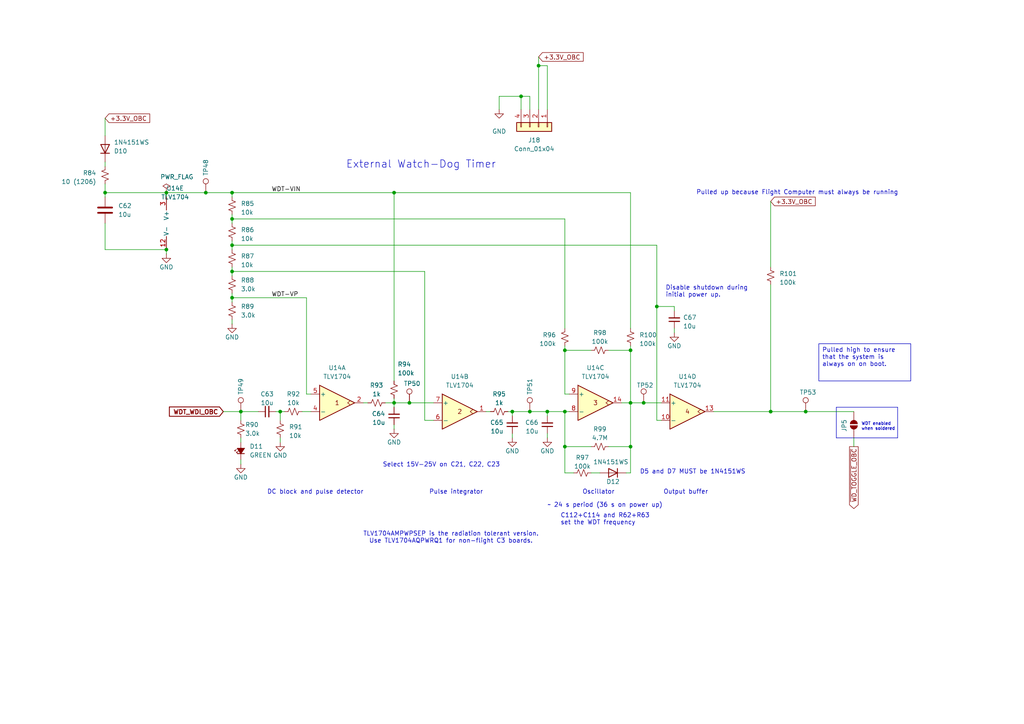
<source format=kicad_sch>
(kicad_sch (version 20250114) (generator "eeschema") (generator_version "9.0")
  (paper "A4")
  (lib_symbols
    (symbol "Connector:TestPoint" (pin_numbers (hide yes)) (pin_names (offset 0.762) (hide yes))
      (property "Reference" "TP" (at 0 6.858 0))
      (property "Value" "TestPoint" (at 0 5.08 0))
      (symbol "TestPoint_0_1"
        (circle (center 0 3.302) (radius 0.762))
      )
      (symbol "TestPoint_1_1"
        (pin passive line (at 0 0 90) (length 2.54) (name "1") (number "1"))
      )
    )
    (symbol "Connector_Generic:Conn_01x04" (pin_names (offset 1.016) (hide yes))
      (property "Reference" "J" (at 0 5.08 0))
      (property "Value" "Conn_01x04" (at 0 -7.62 0))
      (symbol "Conn_01x04_1_1"
        (rectangle (start -1.27 3.81) (end 1.27 -6.35) (stroke (width 0.254)) (fill (type background)))
        (rectangle (start -1.27 2.667) (end 0 2.413) (stroke (width 0.1524)))
        (rectangle (start -1.27 0.127) (end 0 -0.127) (stroke (width 0.1524)))
        (rectangle (start -1.27 -2.413) (end 0 -2.667) (stroke (width 0.1524)))
        (rectangle (start -1.27 -4.953) (end 0 -5.207) (stroke (width 0.1524)))
        (pin passive line (at -5.08 2.54 0) (length 3.81) (name "Pin_1") (number "1"))
        (pin passive line (at -5.08 0 0) (length 3.81) (name "Pin_2") (number "2"))
        (pin passive line (at -5.08 -2.54 0) (length 3.81) (name "Pin_3") (number "3"))
        (pin passive line (at -5.08 -5.08 0) (length 3.81) (name "Pin_4") (number "4"))
      )
    )
    (symbol "Device:C" (pin_numbers (hide yes)) (pin_names (offset 0.254))
      (property "Reference" "C" (at 0.635 2.54 0))
      (property "Value" "C" (at 0.635 -2.54 0))
      (symbol "C_0_1"
        (polyline (pts (xy -2.032 0.762) (xy 2.032 0.762)) (stroke (width 0.508)))
        (polyline (pts (xy -2.032 -0.762) (xy 2.032 -0.762)) (stroke (width 0.508)))
      )
      (symbol "C_1_1"
        (pin passive line (at 0 3.81 270) (length 2.794) (name "~") (number "1"))
        (pin passive line (at 0 -3.81 90) (length 2.794) (name "~") (number "2"))
      )
    )
    (symbol "Device:C_Small" (pin_numbers (hide yes)) (pin_names (offset 0.254) (hide yes))
      (property "Reference" "C" (at 0.254 1.778 0))
      (property "Value" "C_Small" (at 0.254 -2.032 0))
      (symbol "C_Small_0_1"
        (polyline (pts (xy -1.524 0.508) (xy 1.524 0.508)) (stroke (width 0.3048)))
        (polyline (pts (xy -1.524 -0.508) (xy 1.524 -0.508)) (stroke (width 0.3302)))
      )
      (symbol "C_Small_1_1"
        (pin passive line (at 0 2.54 270) (length 2.032) (name "~") (number "1"))
        (pin passive line (at 0 -2.54 90) (length 2.032) (name "~") (number "2"))
      )
    )
    (symbol "Device:LED_Small_Filled" (pin_numbers (hide yes)) (pin_names (offset 0.254) (hide yes))
      (property "Reference" "D" (at -1.27 3.175 0))
      (property "Value" "LED_Small_Filled" (at -4.445 -2.54 0))
      (symbol "LED_Small_Filled_0_1"
        (polyline (pts (xy -0.762 -1.016) (xy -0.762 1.016)) (stroke (width 0.254)))
        (polyline (pts (xy 0 0.762) (xy -0.508 1.27) (xy -0.254 1.27) (xy -0.508 1.27) (xy -0.508 1.016)))
        (polyline (pts (xy 0.508 1.27) (xy 0 1.778) (xy 0.254 1.778) (xy 0 1.778) (xy 0 1.524)))
        (polyline (pts (xy 0.762 -1.016) (xy -0.762 0) (xy 0.762 1.016) (xy 0.762 -1.016)) (stroke (width 0.254)) (fill (type outline)))
        (polyline (pts (xy 1.016 0) (xy -0.762 0)))
      )
      (symbol "LED_Small_Filled_1_1"
        (pin passive line (at -2.54 0 0) (length 1.778) (name "K") (number "1"))
        (pin passive line (at 2.54 0 180) (length 1.778) (name "A") (number "2"))
      )
    )
    (symbol "Device:R_Small_US" (pin_numbers (hide yes)) (pin_names (offset 0.254) (hide yes))
      (property "Reference" "R" (at 0.762 0.508 0))
      (property "Value" "R_Small_US" (at 0.762 -1.016 0))
      (symbol "R_Small_US_1_1"
        (polyline (pts (xy 0 1.524) (xy 1.016 1.143) (xy 0 0.762) (xy -1.016 0.381) (xy 0 0)))
        (polyline (pts (xy 0 0) (xy 1.016 -0.381) (xy 0 -0.762) (xy -1.016 -1.143) (xy 0 -1.524)))
        (pin passive line (at 0 2.54 270) (length 1.016) (name "~") (number "1"))
        (pin passive line (at 0 -2.54 90) (length 1.016) (name "~") (number "2"))
      )
    )
    (symbol "Jumper:SolderJumper_2_Open" (pin_numbers (hide yes)) (pin_names (offset 0) (hide yes)) (exclude_from_sim yes) (in_bom no)
      (property "Reference" "JP" (at 0 2.032 0))
      (property "Value" "SolderJumper_2_Open" (at 0 -2.54 0))
      (symbol "SolderJumper_2_Open_0_1"
        (polyline (pts (xy -0.254 1.016) (xy -0.254 -1.016)))
        (arc (start -0.254 -1.016) (mid -1.2656 0) (end -0.254 1.016))
        (arc (start -0.254 -1.016) (mid -1.2656 0) (end -0.254 1.016) (fill (type outline)))
        (arc (start 0.254 1.016) (mid 1.2656 0) (end 0.254 -1.016))
        (arc (start 0.254 1.016) (mid 1.2656 0) (end 0.254 -1.016) (fill (type outline)))
        (polyline (pts (xy 0.254 1.016) (xy 0.254 -1.016)))
      )
      (symbol "SolderJumper_2_Open_1_1"
        (pin passive line (at -3.81 0 0) (length 2.54) (name "A") (number "1"))
        (pin passive line (at 3.81 0 180) (length 2.54) (name "B") (number "2"))
      )
    )
    (symbol "easyeda2kicad:1N141WS" (pin_numbers (hide yes)) (pin_names (offset 1.016) (hide yes))
      (property "Reference" "D" (at 0 2.54 0))
      (property "Value" "1N141WS" (at 0 -2.54 0))
      (symbol "1N141WS_0_1"
        (polyline (pts (xy -1.27 1.27) (xy -1.27 -1.27)) (stroke (width 0.254)))
        (polyline (pts (xy 1.27 1.27) (xy 1.27 -1.27) (xy -1.27 0) (xy 1.27 1.27)) (stroke (width 0.254)))
        (polyline (pts (xy 1.27 0) (xy -1.27 0)))
      )
      (symbol "1N141WS_1_1"
        (pin passive line (at -3.81 0 0) (length 2.54) (name "K") (number "1"))
        (pin passive line (at 3.81 0 180) (length 2.54) (name "A") (number "2"))
      )
    )
    (symbol "easyeda2kicad:TLV1704AIPWR" (pin_names (offset 0.127))
      (property "Reference" "U14" (at 0 10.16 0))
      (property "Value" "TLV1704" (at 0 7.62 0))
      (symbol "TLV1704AIPWR_1_1"
        (polyline (pts (xy -5.08 5.08) (xy 5.08 0) (xy -5.08 -5.08) (xy -5.08 5.08)) (stroke (width 0.254)) (fill (type background)))
        (polyline (pts (xy 3.048 0) (xy 3.81 -0.635)))
        (polyline (pts (xy 3.81 0.635) (xy 3.048 0)))
        (text "1" (at 0 0 0) (effects (font (size 1.27 1.27))))
        (pin input line (at -7.62 2.54 0) (length 2.54) (name "+") (number "5"))
        (pin input line (at -7.62 -2.54 0) (length 2.54) (name "-") (number "4"))
        (pin open_collector line (at 7.62 0 180) (length 2.54) (name "~") (number "2"))
      )
      (symbol "TLV1704AIPWR_2_1"
        (polyline (pts (xy -5.08 5.08) (xy 5.08 0) (xy -5.08 -5.08) (xy -5.08 5.08)) (stroke (width 0.254)) (fill (type background)))
        (polyline (pts (xy 3.048 0) (xy 3.81 -0.635)))
        (polyline (pts (xy 3.81 0.635) (xy 3.048 0)))
        (text "2" (at 0 0 0) (effects (font (size 1.27 1.27))))
        (pin input line (at -7.62 2.54 0) (length 2.54) (name "+") (number "7"))
        (pin input line (at -7.62 -2.54 0) (length 2.54) (name "-") (number "6"))
        (pin open_collector line (at 7.62 0 180) (length 2.54) (name "~") (number "1"))
      )
      (symbol "TLV1704AIPWR_3_1"
        (polyline (pts (xy -5.08 5.08) (xy 5.08 0) (xy -5.08 -5.08) (xy -5.08 5.08)) (stroke (width 0.254)) (fill (type background)))
        (polyline (pts (xy 3.048 0) (xy 3.81 -0.635)))
        (polyline (pts (xy 3.81 0.635) (xy 3.048 0)))
        (text "3" (at 0 0 0) (effects (font (size 1.27 1.27))))
        (pin input line (at -7.62 2.54 0) (length 2.54) (name "+") (number "9"))
        (pin input line (at -7.62 -2.54 0) (length 2.54) (name "-") (number "8"))
        (pin open_collector line (at 7.62 0 180) (length 2.54) (name "~") (number "14"))
      )
      (symbol "TLV1704AIPWR_4_1"
        (polyline (pts (xy -5.08 5.08) (xy 5.08 0) (xy -5.08 -5.08) (xy -5.08 5.08)) (stroke (width 0.254)) (fill (type background)))
        (polyline (pts (xy 3.048 0) (xy 3.81 -0.635)))
        (polyline (pts (xy 3.81 0.635) (xy 3.048 0)))
        (text "4" (at 0 0 0) (effects (font (size 1.27 1.27))))
        (pin input line (at -7.62 2.54 0) (length 2.54) (name "+") (number "11"))
        (pin input line (at -7.62 -2.54 0) (length 2.54) (name "-") (number "10"))
        (pin open_collector line (at 7.62 0 180) (length 2.54) (name "~") (number "13"))
      )
      (symbol "TLV1704AIPWR_5_1"
        (pin power_in line (at -2.54 7.62 270) (length 3.81) (name "V+") (number "3"))
        (pin power_in line (at -2.54 -7.62 90) (length 3.81) (name "V-") (number "12"))
      )
    )
    (symbol "power:GND" (power) (pin_numbers (hide yes)) (pin_names (offset 0) (hide yes))
      (property "Value" "GND" (at 0 -3.81 0))
      (symbol "GND_0_1"
        (polyline (pts (xy 0 0) (xy 0 -1.27) (xy 1.27 -1.27) (xy 0 -2.54) (xy -1.27 -1.27) (xy 0 -1.27)))
      )
      (symbol "GND_1_1"
        (pin power_in line (at 0 0 270) (length 0) (name "~") (number "1"))
      )
    )
    (symbol "power:PWR_FLAG" (power) (pin_numbers (hide yes)) (pin_names (offset 0) (hide yes))
      (property "Value" "PWR_FLAG" (at 0 3.81 0))
      (symbol "PWR_FLAG_0_0"
        (pin power_out line (at 0 0 90) (length 0) (name "~") (number "1"))
      )
      (symbol "PWR_FLAG_0_1"
        (polyline (pts (xy 0 0) (xy 0 1.27) (xy -1.016 1.905) (xy 0 2.54) (xy 1.016 1.905) (xy 0 1.27)))
      )
    )
  )
  (text "Oscillator" (at 168.91 143.51 0) (effects (font (size 1.27 1.27)) (justify left bottom)))
  (text "Output buffer" (at 192.405 143.51 0) (effects (font (size 1.27 1.27)) (justify left bottom)))
  (text "DC block and pulse detector" (at 77.47 143.51 0) (effects (font (size 1.27 1.27)) (justify left bottom)))
  (text "D5 and D7 MUST be 1N4151WS" (at 200.914 136.906 0) (effects (font (size 1.27 1.27))))
  (text "Disable shutdown during\ninitial power up." (at 193.04 86.36 0) (effects (font (size 1.27 1.27)) (justify left bottom)))
  (text "Pulled up because Flight Computer must always be running" (at 201.93 56.642 0) (effects (font (size 1.27 1.27)) (justify left bottom)))
  (text "Select 15V-25V on C21, C22, C23" (at 128.016 134.874 0) (effects (font (size 1.27 1.27))))
  (text "Pulse integrator" (at 124.46 143.51 0) (effects (font (size 1.27 1.27)) (justify left bottom)))
  (text "WDT enabled\nwhen soldered" (at 249.809 124.968 0) (effects (font (size 0.889 0.889)) (justify left bottom)))
  (text "TLV1704AMPWPSEP is the radiation tolerant version.\nUse TLV1704AQPWRQ1 for non-flight C3 boards." (at 130.81 155.956 0) (effects (font (size 1.27 1.27))))
  (text "External Watch-Dog Timer" (at 100.33 49.022 0) (effects (font (size 2.159 2.159)) (justify left bottom)))
  (text "C112+C114 and R62+R63 \nset the WDT frequency" (at 162.56 152.4 0) (effects (font (size 1.27 1.27)) (justify left bottom)))
  (text "~ 24 s period (36 s on power up)" (at 158.75 147.32 0) (effects (font (size 1.27 1.27)) (justify left bottom)))
  (text_box "Pulled high to ensure that the system is always on on boot." (at 237.49 99.695 0) (size 26.67 10.795) (margins 0.9525 0.9525 0.9525 0.9525) (effects (font (size 1.27 1.27)) (justify left top)))
  (junction (at 233.68 119.38))
  (junction (at 223.52 119.38))
  (junction (at 182.88 129.54))
  (junction (at 153.67 119.38))
  (junction (at 151.13 27.94))
  (junction (at 81.28 119.38))
  (junction (at 186.69 116.84))
  (junction (at 163.83 101.6))
  (junction (at 67.31 71.12))
  (junction (at 67.31 86.36))
  (junction (at 59.69 55.88))
  (junction (at 67.31 63.5))
  (junction (at 114.3 116.84))
  (junction (at 163.83 119.38))
  (junction (at 30.48 55.88))
  (junction (at 163.83 129.54))
  (junction (at 190.5 88.9))
  (junction (at 182.88 116.84))
  (junction (at 67.31 55.88))
  (junction (at 48.26 55.88))
  (junction (at 156.21 19.05))
  (junction (at 69.85 119.38))
  (junction (at 182.88 101.6))
  (junction (at 148.59 119.38))
  (junction (at 48.26 72.39))
  (junction (at 158.75 119.38))
  (junction (at 118.745 116.84))
  (junction (at 114.3 55.88))
  (junction (at 67.31 78.74))
  (wire (pts (xy 223.52 58.42) (xy 223.52 77.47)))
  (wire (pts (xy 247.65 127) (xy 247.65 129.54)))
  (wire (pts (xy 67.31 92.71) (xy 67.31 93.98)))
  (wire (pts (xy 182.88 101.6) (xy 182.88 116.84)))
  (wire (pts (xy 163.83 101.6) (xy 171.45 101.6)))
  (wire (pts (xy 59.69 55.88) (xy 67.31 55.88)))
  (wire (pts (xy 64.77 119.38) (xy 69.85 119.38)))
  (wire (pts (xy 114.3 116.84) (xy 114.3 115.57)))
  (wire (pts (xy 30.48 53.34) (xy 30.48 55.88)))
  (wire (pts (xy 67.31 71.12) (xy 190.5 71.12)))
  (wire (pts (xy 118.745 116.84) (xy 125.73 116.84)))
  (wire (pts (xy 151.13 31.75) (xy 151.13 27.94)))
  (wire (pts (xy 69.85 121.92) (xy 69.85 119.38)))
  (wire (pts (xy 88.9 114.3) (xy 90.17 114.3)))
  (wire (pts (xy 123.19 78.74) (xy 123.19 121.92)))
  (wire (pts (xy 190.5 121.92) (xy 191.77 121.92)))
  (wire (pts (xy 48.26 55.88) (xy 59.69 55.88)))
  (wire (pts (xy 67.31 63.5) (xy 67.31 64.77)))
  (wire (pts (xy 48.26 73.66) (xy 48.26 72.39)))
  (wire (pts (xy 69.85 119.38) (xy 74.93 119.38)))
  (wire (pts (xy 67.31 78.74) (xy 67.31 80.01)))
  (wire (pts (xy 67.31 78.74) (xy 123.19 78.74)))
  (wire (pts (xy 190.5 88.9) (xy 195.58 88.9)))
  (wire (pts (xy 30.48 72.39) (xy 48.26 72.39)))
  (wire (pts (xy 69.85 134.62) (xy 69.85 133.35)))
  (wire (pts (xy 163.83 129.54) (xy 163.83 119.38)))
  (wire (pts (xy 87.63 119.38) (xy 90.17 119.38)))
  (wire (pts (xy 156.21 16.51) (xy 156.21 19.05)))
  (wire (pts (xy 182.88 100.33) (xy 182.88 101.6)))
  (wire (pts (xy 171.45 129.54) (xy 163.83 129.54)))
  (wire (pts (xy 114.3 55.88) (xy 182.88 55.88)))
  (wire (pts (xy 151.13 27.94) (xy 153.67 27.94)))
  (wire (pts (xy 67.31 85.09) (xy 67.31 86.36)))
  (wire (pts (xy 163.83 95.25) (xy 163.83 63.5)))
  (wire (pts (xy 176.53 129.54) (xy 182.88 129.54)))
  (wire (pts (xy 148.59 119.38) (xy 148.59 120.65)))
  (wire (pts (xy 67.31 77.47) (xy 67.31 78.74)))
  (wire (pts (xy 114.3 55.88) (xy 67.31 55.88)))
  (wire (pts (xy 158.75 19.05) (xy 158.75 31.75)))
  (wire (pts (xy 30.48 55.88) (xy 30.48 57.15)))
  (wire (pts (xy 30.48 34.29) (xy 30.48 39.37)))
  (wire (pts (xy 114.3 124.46) (xy 114.3 123.19)))
  (wire (pts (xy 67.31 63.5) (xy 163.83 63.5)))
  (wire (pts (xy 163.83 119.38) (xy 165.1 119.38)))
  (wire (pts (xy 67.31 86.36) (xy 67.31 87.63)))
  (wire (pts (xy 153.67 27.94) (xy 153.67 31.75)))
  (wire (pts (xy 151.13 27.94) (xy 144.78 27.94)))
  (wire (pts (xy 182.88 137.16) (xy 182.88 129.54)))
  (wire (pts (xy 156.21 31.75) (xy 156.21 19.05)))
  (wire (pts (xy 147.32 119.38) (xy 148.59 119.38)))
  (wire (pts (xy 148.59 119.38) (xy 153.67 119.38)))
  (wire (pts (xy 114.3 55.88) (xy 114.3 110.49)))
  (wire (pts (xy 163.83 137.16) (xy 163.83 129.54)))
  (polyline (pts (xy 260.35 127) (xy 242.57 127)))
  (wire (pts (xy 223.52 119.38) (xy 233.68 119.38)))
  (wire (pts (xy 207.01 119.38) (xy 223.52 119.38)))
  (wire (pts (xy 153.67 119.38) (xy 158.75 119.38)))
  (wire (pts (xy 163.83 100.33) (xy 163.83 101.6)))
  (wire (pts (xy 186.69 116.84) (xy 191.77 116.84)))
  (wire (pts (xy 158.75 120.65) (xy 158.75 119.38)))
  (wire (pts (xy 165.1 114.3) (xy 163.83 114.3)))
  (wire (pts (xy 156.21 19.05) (xy 158.75 19.05)))
  (wire (pts (xy 69.85 127) (xy 69.85 128.27)))
  (wire (pts (xy 195.58 96.52) (xy 195.58 95.25)))
  (wire (pts (xy 182.88 95.25) (xy 182.88 55.88)))
  (wire (pts (xy 190.5 88.9) (xy 190.5 121.92)))
  (wire (pts (xy 88.9 86.36) (xy 88.9 114.3)))
  (wire (pts (xy 158.75 127) (xy 158.75 125.73)))
  (wire (pts (xy 67.31 62.23) (xy 67.31 63.5)))
  (wire (pts (xy 105.41 116.84) (xy 106.68 116.84)))
  (wire (pts (xy 158.75 119.38) (xy 163.83 119.38)))
  (wire (pts (xy 163.83 114.3) (xy 163.83 101.6)))
  (wire (pts (xy 190.5 71.12) (xy 190.5 88.9)))
  (wire (pts (xy 233.68 119.38) (xy 247.65 119.38)))
  (wire (pts (xy 223.52 82.55) (xy 223.52 119.38)))
  (wire (pts (xy 140.97 119.38) (xy 142.24 119.38)))
  (wire (pts (xy 81.28 127) (xy 81.28 128.27)))
  (wire (pts (xy 144.78 27.94) (xy 144.78 31.75)))
  (polyline (pts (xy 242.57 127) (xy 242.57 118.11)))
  (wire (pts (xy 30.48 55.88) (xy 48.26 55.88)))
  (wire (pts (xy 81.28 119.38) (xy 81.28 121.92)))
  (wire (pts (xy 114.3 116.84) (xy 114.3 118.11)))
  (wire (pts (xy 67.31 86.36) (xy 88.9 86.36)))
  (wire (pts (xy 163.83 137.16) (xy 166.37 137.16)))
  (polyline (pts (xy 260.35 118.11) (xy 260.35 127)))
  (wire (pts (xy 182.88 129.54) (xy 182.88 116.84)))
  (wire (pts (xy 67.31 69.85) (xy 67.31 71.12)))
  (polyline (pts (xy 242.57 118.11) (xy 260.35 118.11)))
  (wire (pts (xy 114.3 116.84) (xy 118.745 116.84)))
  (wire (pts (xy 180.34 116.84) (xy 182.88 116.84)))
  (wire (pts (xy 30.48 64.77) (xy 30.48 72.39)))
  (wire (pts (xy 182.88 116.84) (xy 186.69 116.84)))
  (wire (pts (xy 171.45 137.16) (xy 173.99 137.16)))
  (wire (pts (xy 111.76 116.84) (xy 114.3 116.84)))
  (wire (pts (xy 48.26 57.15) (xy 48.26 55.88)))
  (wire (pts (xy 80.01 119.38) (xy 81.28 119.38)))
  (wire (pts (xy 67.31 57.15) (xy 67.31 55.88)))
  (wire (pts (xy 195.58 90.17) (xy 195.58 88.9)))
  (wire (pts (xy 30.48 46.99) (xy 30.48 48.26)))
  (wire (pts (xy 181.61 137.16) (xy 182.88 137.16)))
  (wire (pts (xy 148.59 127) (xy 148.59 125.73)))
  (wire (pts (xy 176.53 101.6) (xy 182.88 101.6)))
  (wire (pts (xy 81.28 119.38) (xy 82.55 119.38)))
  (wire (pts (xy 67.31 71.12) (xy 67.31 72.39)))
  (wire (pts (xy 123.19 121.92) (xy 125.73 121.92)))
  (label "WDT-VP" (at 78.74 86.36 0))
  (label "WDT-VIN" (at 78.74 55.88 0))
  (global_label "WDT_WDI_OBC" (shape input) (at 64.77 119.38 180) (effects (font (thickness 0.254) (bold yes))) (property "Intersheetrefs" "${INTERSHEET_REFS}" (effects (hide yes))))
  (global_label "+3.3V_OBC" (shape input) (at 156.21 16.51 0) (property "Intersheetrefs" "${INTERSHEET_REFS}" (effects (hide yes))))
  (global_label "+3.3V_OBC" (shape input) (at 223.52 58.42 0) (property "Intersheetrefs" "${INTERSHEET_REFS}" (effects (hide yes))))
  (global_label "+3.3V_OBC" (shape input) (at 30.48 34.29 0) (property "Intersheetrefs" "${INTERSHEET_REFS}" (effects (hide yes))))
  (global_label "~{WD_TOGGLE_OBC}" (shape output) (at 247.65 129.54 270) (property "Intersheetrefs" "${INTERSHEET_REFS}" (effects (hide yes))))
  (symbol (lib_id "Device:R_Small_US") (at 67.31 67.31 0) (unit 1)
    (property "Reference" "R86" (at 69.85 66.675 0) (effects (justify left)))
    (property "Value" "10k" (at 69.85 69.215 0) (effects (justify left)))
    (property "Footprint" "Resistor_SMD:R_0603_1608Metric" (effects (hide yes)))
    (property "Description" "Resistor, small US symbol" (effects (hide yes)))
    (property "DPN" "RMCF0603FT10K0CT-ND" (effects (hide yes)))
    (property "DST" "Digi-Key" (effects (hide yes)))
    (property "MFR" "Stackpole Electronics Inc" (effects (hide yes)))
    (property "MPN" "RMCF0603FT10K0" (effects (hide yes)))
    (property "LCSC" "C13564" (effects (hide yes)))
  )
  (symbol (lib_id "easyeda2kicad:TLV1704AIPWR") (at 199.39 119.38 0) (unit 4)
    (property "Reference" "U14" (at 199.39 109.22 0))
    (property "Value" "TLV1704" (at 199.39 111.76 0))
    (property "Footprint" "Package_SO:TSSOP-14_4.4x5mm_P0.65mm" (effects (hide yes)))
    (property "Datasheet" "https://www.ti.com/lit/ds/symlink/tlv1704-sep.pdf" (effects (hide yes)))
    (property "Description" "Analog Comparators 2.2-V to 36-V, radiation tolerant microPower quad comparator in space enhanced plastic 14-TSSOP -55 to 125" (effects (hide yes)))
    (property "MFR" "Texas Instruments" (effects (hide yes)))
    (property "MPN" "TLV1704AQPWRQ1" (effects (hide yes)))
    (property "DST" "Digi-Key" (effects (hide yes)))
    (property "DPN" "296-43799-2-ND" (effects (hide yes)))
    (property "LCSC" "C181596" (effects (hide yes)))
  )
  (symbol (lib_id "Connector:TestPoint") (at 233.68 119.38 0) (unit 1)
    (property "Reference" "TP53" (at 231.902 113.792 0) (effects (justify left)))
    (property "Value" "TestPoint" (effects (hide yes)))
    (property "Footprint" "TestPoint:TestPoint_Pad_1.0x1.0mm" (effects (hide yes)))
    (property "Description" "test point" (effects (hide yes)))
  )
  (symbol (lib_id "easyeda2kicad:TLV1704AIPWR") (at 50.8 64.77 0) (unit 5)
    (property "Reference" "U14" (at 50.8 54.61 0))
    (property "Value" "TLV1704" (at 50.8 57.15 0))
    (property "Footprint" "Package_SO:TSSOP-14_4.4x5mm_P0.65mm" (effects (hide yes)))
    (property "Datasheet" "https://www.ti.com/lit/ds/symlink/tlv1704-sep.pdf" (effects (hide yes)))
    (property "Description" "Analog Comparators 2.2-V to 36-V, radiation tolerant microPower quad comparator in space enhanced plastic 14-TSSOP -55 to 125" (effects (hide yes)))
    (property "MFR" "Texas Instruments" (effects (hide yes)))
    (property "MPN" "TLV1704AQPWRQ1" (effects (hide yes)))
    (property "DST" "Digi-Key" (effects (hide yes)))
    (property "DPN" "296-43799-2-ND" (effects (hide yes)))
    (property "LCSC" "C181596" (effects (hide yes)))
  )
  (symbol (lib_id "easyeda2kicad:TLV1704AIPWR") (at 133.35 119.38 0) (unit 2)
    (property "Reference" "U14" (at 133.35 109.22 0))
    (property "Value" "TLV1704" (at 133.35 111.76 0))
    (property "Footprint" "Package_SO:TSSOP-14_4.4x5mm_P0.65mm" (effects (hide yes)))
    (property "Datasheet" "https://www.ti.com/lit/ds/symlink/tlv1704-sep.pdf" (effects (hide yes)))
    (property "Description" "Analog Comparators 2.2-V to 36-V, radiation tolerant microPower quad comparator in space enhanced plastic 14-TSSOP -55 to 125" (effects (hide yes)))
    (property "MFR" "Texas Instruments" (effects (hide yes)))
    (property "MPN" "TLV1704AQPWRQ1" (effects (hide yes)))
    (property "DST" "Digi-Key" (effects (hide yes)))
    (property "DPN" "296-43799-2-ND" (effects (hide yes)))
    (property "LCSC" "C181596" (effects (hide yes)))
  )
  (symbol (lib_id "power:GND") (at 114.3 124.46 0) (unit 1)
    (property "Reference" "#PWR091" (effects (hide yes)))
    (property "Value" "GND" (at 114.3 128.27 0))
    (property "Description" "Power symbol creates a global label with name \"GND\" , ground" (effects (hide yes)))
  )
  (symbol (lib_id "Device:R_Small_US") (at 173.99 129.54 270) (unit 1)
    (property "Reference" "R99" (at 173.99 124.46 90))
    (property "Value" "4.7M" (at 173.99 127 90))
    (property "Footprint" "Resistor_SMD:R_0603_1608Metric" (effects (hide yes)))
    (property "Description" "Resistor, small US symbol" (effects (hide yes)))
    (property "DPN" "RMCF0603FT4M70CT-ND" (effects (hide yes)))
    (property "DST" "Digi-Key" (effects (hide yes)))
    (property "MFR" "Stackpole Electronics Inc" (effects (hide yes)))
    (property "MPN" "RMCF0603FT4M70" (effects (hide yes)))
  )
  (symbol (lib_id "Device:R_Small_US") (at 67.31 90.17 0) (unit 1)
    (property "Reference" "R89" (at 69.85 88.9 0) (effects (justify left)))
    (property "Value" "3.0k" (at 69.85 91.44 0) (effects (justify left)))
    (property "Footprint" "Resistor_SMD:R_0603_1608Metric" (effects (hide yes)))
    (property "Description" "Resistor, small US symbol" (effects (hide yes)))
    (property "DPN" "RMCF0603FT3K00CT-ND" (effects (hide yes)))
    (property "DST" "Digi-Key" (effects (hide yes)))
    (property "MFR" "Stackpole Electronics Inc" (effects (hide yes)))
    (property "MPN" "RMCF0603FT3K00" (effects (hide yes)))
    (property "LCSC" "C4211" (effects (hide yes)))
  )
  (symbol (lib_id "power:GND") (at 69.85 134.62 0) (unit 1)
    (property "Reference" "#PWR089" (effects (hide yes)))
    (property "Value" "GND" (at 69.85 138.43 0))
    (property "Description" "Power symbol creates a global label with name \"GND\" , ground" (effects (hide yes)))
  )
  (symbol (lib_id "Connector_Generic:Conn_01x04") (at 156.21 36.83 270) (unit 1)
    (property "Reference" "J18" (at 154.94 40.64 90))
    (property "Value" "Conn_01x04" (at 154.94 43.18 90))
    (property "Footprint" "Connector_PinSocket_2.54mm:PinSocket_1x04_P2.54mm_Vertical" (effects (hide yes)))
    (property "Description" "Generic connector, single row, 01x04, script generated (kicad-library-utils/schlib/autogen/connector/)" (effects (hide yes)))
  )
  (symbol (lib_id "Connector:TestPoint") (at 186.69 116.84 0) (unit 1)
    (property "Reference" "TP52" (at 184.658 111.76 0) (effects (justify left)))
    (property "Value" "TestPoint" (effects (hide yes)))
    (property "Footprint" "TestPoint:TestPoint_Pad_1.0x1.0mm" (effects (hide yes)))
    (property "Description" "test point" (effects (hide yes)))
  )
  (symbol (lib_id "Device:R_Small_US") (at 182.88 97.79 180) (unit 1)
    (property "Reference" "R100" (at 185.42 97.155 0) (effects (justify right)))
    (property "Value" "100k" (at 185.42 99.695 0) (effects (justify right)))
    (property "Footprint" "Resistor_SMD:R_0603_1608Metric" (effects (hide yes)))
    (property "Description" "Resistor, small US symbol" (effects (hide yes)))
    (property "DPN" "RMCF0603FT100KCT-ND" (effects (hide yes)))
    (property "DST" "Digi-Key" (effects (hide yes)))
    (property "MFR" "Stackpole Electronics Inc" (effects (hide yes)))
    (property "MPN" "RMCF0603FT100K" (effects (hide yes)))
    (property "LCSC" "C14675" (effects (hide yes)))
  )
  (symbol (lib_id "Device:C_Small") (at 114.3 120.65 0) (mirror x) (unit 1)
    (property "Reference" "C64" (at 111.76 120.0086 0) (effects (justify right)))
    (property "Value" "10u" (at 111.76 122.5486 0) (effects (justify right)))
    (property "Footprint" "Capacitor_SMD:C_1210_3225Metric" (effects (hide yes)))
    (property "Description" "Unpolarized capacitor, small symbol" (effects (hide yes)))
    (property "DPN" "490-12317-1-ND" (effects (hide yes)))
    (property "DST" "Digi-Key" (effects (hide yes)))
    (property "MFR" "Murata" (effects (hide yes)))
    (property "MPN" "GRT188R61C106KE13D" (effects (hide yes)))
  )
  (symbol (lib_id "Device:C_Small") (at 158.75 123.19 0) (mirror x) (unit 1)
    (property "Reference" "C66" (at 156.21 122.5486 0) (effects (justify right)))
    (property "Value" "10u" (at 156.21 125.0886 0) (effects (justify right)))
    (property "Footprint" "Capacitor_SMD:C_1210_3225Metric" (effects (hide yes)))
    (property "Description" "Unpolarized capacitor, small symbol" (effects (hide yes)))
    (property "DPN" "490-12317-1-ND" (effects (hide yes)))
    (property "DST" "Digi-Key" (effects (hide yes)))
    (property "MFR" "Murata" (effects (hide yes)))
    (property "MPN" "GRT188R61C106KE13D" (effects (hide yes)))
  )
  (symbol (lib_id "Device:R_Small_US") (at 81.28 124.46 0) (unit 1)
    (property "Reference" "R91" (at 83.82 123.825 0) (effects (justify left)))
    (property "Value" "10k" (at 83.82 126.365 0) (effects (justify left)))
    (property "Footprint" "Resistor_SMD:R_0603_1608Metric" (effects (hide yes)))
    (property "Description" "Resistor, small US symbol" (effects (hide yes)))
    (property "DPN" "RMCF0603FT10K0CT-ND" (effects (hide yes)))
    (property "DST" "Digi-Key" (effects (hide yes)))
    (property "MFR" "Stackpole Electronics Inc" (effects (hide yes)))
    (property "MPN" "RMCF0603FT10K0" (effects (hide yes)))
    (property "LCSC" "C13564" (effects (hide yes)))
  )
  (symbol (lib_id "Device:C_Small") (at 195.58 92.71 180) (unit 1)
    (property "Reference" "C67" (at 198.12 92.0686 0) (effects (justify right)))
    (property "Value" "10u" (at 198.12 94.6086 0) (effects (justify right)))
    (property "Footprint" "Capacitor_SMD:C_1210_3225Metric" (effects (hide yes)))
    (property "Description" "Unpolarized capacitor, small symbol" (effects (hide yes)))
    (property "DPN" "490-12317-1-ND" (effects (hide yes)))
    (property "DST" "Digi-Key" (effects (hide yes)))
    (property "MFR" "Murata" (effects (hide yes)))
    (property "MPN" "GRT188R61C106KE13D" (effects (hide yes)))
  )
  (symbol (lib_id "Device:R_Small_US") (at 67.31 59.69 0) (unit 1)
    (property "Reference" "R85" (at 69.85 59.055 0) (effects (justify left)))
    (property "Value" "10k" (at 69.85 61.595 0) (effects (justify left)))
    (property "Footprint" "Resistor_SMD:R_0603_1608Metric" (effects (hide yes)))
    (property "Description" "Resistor, small US symbol" (effects (hide yes)))
    (property "DPN" "RMCF0603FT10K0CT-ND" (effects (hide yes)))
    (property "DST" "Digi-Key" (effects (hide yes)))
    (property "MFR" "Stackpole Electronics Inc" (effects (hide yes)))
    (property "MPN" "RMCF0603FT10K0" (effects (hide yes)))
    (property "LCSC" "C13564" (effects (hide yes)))
  )
  (symbol (lib_id "Device:R_Small_US") (at 173.99 101.6 90) (unit 1)
    (property "Reference" "R98" (at 173.99 96.52 90))
    (property "Value" "100k" (at 173.99 99.06 90))
    (property "Footprint" "Resistor_SMD:R_0603_1608Metric" (effects (hide yes)))
    (property "Description" "Resistor, small US symbol" (effects (hide yes)))
    (property "DPN" "RMCF0603FT100KCT-ND" (effects (hide yes)))
    (property "DST" "Digi-Key" (effects (hide yes)))
    (property "MFR" "Stackpole Electronics Inc" (effects (hide yes)))
    (property "MPN" "RMCF0603FT100K" (effects (hide yes)))
    (property "LCSC" "C14675" (effects (hide yes)))
  )
  (symbol (lib_id "Connector:TestPoint") (at 69.85 119.38 0) (unit 1)
    (property "Reference" "TP49" (at 69.85 114.554 90) (effects (justify left)))
    (property "Value" "TestPoint" (effects (hide yes)))
    (property "Footprint" "TestPoint:TestPoint_Pad_1.0x1.0mm" (effects (hide yes)))
    (property "Description" "test point" (effects (hide yes)))
  )
  (symbol (lib_id "easyeda2kicad:TLV1704AIPWR") (at 172.72 116.84 0) (unit 3)
    (property "Reference" "U14" (at 172.72 106.68 0))
    (property "Value" "TLV1704" (at 172.72 109.22 0))
    (property "Footprint" "Package_SO:TSSOP-14_4.4x5mm_P0.65mm" (effects (hide yes)))
    (property "Datasheet" "https://www.ti.com/lit/ds/symlink/tlv1704-sep.pdf" (effects (hide yes)))
    (property "Description" "Analog Comparators 2.2-V to 36-V, radiation tolerant microPower quad comparator in space enhanced plastic 14-TSSOP -55 to 125" (effects (hide yes)))
    (property "MFR" "Texas Instruments" (effects (hide yes)))
    (property "MPN" "TLV1704AQPWRQ1" (effects (hide yes)))
    (property "DST" "Digi-Key" (effects (hide yes)))
    (property "DPN" "296-43799-2-ND" (effects (hide yes)))
    (property "LCSC" "C181596" (effects (hide yes)))
  )
  (symbol (lib_id "power:PWR_FLAG") (at 48.26 55.88 0) (unit 1)
    (property "Reference" "#FLG012" (effects (hide yes)))
    (property "Value" "PWR_FLAG" (at 51.308 51.308 0))
    (property "Description" "Special symbol for telling ERC where power comes from" (effects (hide yes)))
  )
  (symbol (lib_id "Connector:TestPoint") (at 153.67 119.38 0) (unit 1)
    (property "Reference" "TP51" (at 153.67 114.554 90) (effects (justify left)))
    (property "Value" "TestPoint" (effects (hide yes)))
    (property "Footprint" "TestPoint:TestPoint_Pad_1.0x1.0mm" (effects (hide yes)))
    (property "Description" "test point" (effects (hide yes)))
  )
  (symbol (lib_id "Jumper:SolderJumper_2_Open") (at 247.65 123.19 270) (unit 1)
    (property "Reference" "JP5" (at 244.856 123.444 0))
    (property "Value" "SolderJumper_2_Open" (effects (hide yes)))
    (property "Footprint" "Jumper:SolderJumper-2_P1.3mm_Open_RoundedPad1.0x1.5mm" (effects (hide yes)))
    (property "Description" "Solder Jumper, 2-pole, open" (effects (hide yes)))
  )
  (symbol (lib_id "Device:R_Small_US") (at 30.48 50.8 0) (mirror y) (unit 1)
    (property "Reference" "R84" (at 27.94 50.165 0) (effects (justify left)))
    (property "Value" "10 (1206)" (at 27.94 52.705 0) (effects (justify left)))
    (property "Footprint" "Resistor_SMD:R_1206_3216Metric" (effects (hide yes)))
    (property "Description" "Resistor, small US symbol" (effects (hide yes)))
    (property "DPN" "RHM10.0AFCT-ND" (effects (hide yes)))
    (property "DST" "Digi-Key" (effects (hide yes)))
    (property "MFR" "Rohm Semiconductor" (effects (hide yes)))
    (property "MPN" "ESR18EZPF10R0" (effects (hide yes)))
    (property "LCSC" "C17903" (effects (hide yes)))
  )
  (symbol (lib_id "Device:C_Small") (at 77.47 119.38 90) (unit 1)
    (property "Reference" "C63" (at 77.4763 114.3 90))
    (property "Value" "10u" (at 77.4763 116.84 90))
    (property "Footprint" "Capacitor_SMD:C_1210_3225Metric" (effects (hide yes)))
    (property "Description" "Unpolarized capacitor, small symbol" (effects (hide yes)))
    (property "DPN" "490-12317-1-ND" (effects (hide yes)))
    (property "DST" "Digi-Key" (effects (hide yes)))
    (property "MFR" "Murata" (effects (hide yes)))
    (property "MPN" "GRT188R61C106KE13D" (effects (hide yes)))
  )
  (symbol (lib_id "Connector:TestPoint") (at 59.69 55.88 0) (unit 1)
    (property "Reference" "TP48" (at 59.69 51.054 90) (effects (justify left)))
    (property "Value" "TestPoint" (effects (hide yes)))
    (property "Footprint" "TestPoint:TestPoint_Pad_1.0x1.0mm" (effects (hide yes)))
    (property "Description" "test point" (effects (hide yes)))
  )
  (symbol (lib_id "Device:R_Small_US") (at 168.91 137.16 270) (unit 1)
    (property "Reference" "R97" (at 168.91 132.715 90))
    (property "Value" "100k" (at 168.91 135.255 90))
    (property "Footprint" "Resistor_SMD:R_0603_1608Metric" (effects (hide yes)))
    (property "Description" "Resistor, small US symbol" (effects (hide yes)))
    (property "DPN" "RMCF0603FT100KCT-ND" (effects (hide yes)))
    (property "DST" "Digi-Key" (effects (hide yes)))
    (property "MFR" "Stackpole Electronics Inc" (effects (hide yes)))
    (property "MPN" "RMCF0603FT100K" (effects (hide yes)))
    (property "LCSC" "C14675" (effects (hide yes)))
  )
  (symbol (lib_id "Device:C_Small") (at 148.59 123.19 0) (mirror x) (unit 1)
    (property "Reference" "C65" (at 146.05 122.5486 0) (effects (justify right)))
    (property "Value" "10u" (at 146.05 125.0886 0) (effects (justify right)))
    (property "Footprint" "Capacitor_SMD:C_1210_3225Metric" (effects (hide yes)))
    (property "Description" "Unpolarized capacitor, small symbol" (effects (hide yes)))
    (property "DPN" "490-12317-1-ND" (effects (hide yes)))
    (property "DST" "Digi-Key" (effects (hide yes)))
    (property "MFR" "Murata" (effects (hide yes)))
    (property "MPN" "GRT188R61C106KE13D" (effects (hide yes)))
  )
  (symbol (lib_id "Device:R_Small_US") (at 223.52 80.01 180) (unit 1)
    (property "Reference" "R101" (at 226.06 79.375 0) (effects (justify right)))
    (property "Value" "100k" (at 226.06 81.915 0) (effects (justify right)))
    (property "Footprint" "Resistor_SMD:R_0603_1608Metric" (effects (hide yes)))
    (property "Description" "Resistor, small US symbol" (effects (hide yes)))
    (property "DPN" "RMCF0603FT100KCT-ND" (effects (hide yes)))
    (property "DST" "Digi-Key" (effects (hide yes)))
    (property "MFR" "Stackpole Electronics Inc" (effects (hide yes)))
    (property "MPN" "RMCF0603FT100K" (effects (hide yes)))
    (property "LCSC" "C14675" (effects (hide yes)))
  )
  (symbol (lib_id "Device:R_Small_US") (at 163.83 97.79 0) (mirror x) (unit 1)
    (property "Reference" "R96" (at 161.29 97.155 0) (effects (justify right)))
    (property "Value" "100k" (at 161.29 99.695 0) (effects (justify right)))
    (property "Footprint" "Resistor_SMD:R_0603_1608Metric" (effects (hide yes)))
    (property "Description" "Resistor, small US symbol" (effects (hide yes)))
    (property "DPN" "RMCF0603FT100KCT-ND" (effects (hide yes)))
    (property "DST" "Digi-Key" (effects (hide yes)))
    (property "MFR" "Stackpole Electronics Inc" (effects (hide yes)))
    (property "MPN" "RMCF0603FT100K" (effects (hide yes)))
    (property "LCSC" "C14675" (effects (hide yes)))
  )
  (symbol (lib_id "Device:R_Small_US") (at 144.78 119.38 90) (unit 1)
    (property "Reference" "R95" (at 144.78 114.3 90))
    (property "Value" "1k" (at 144.78 116.84 90))
    (property "Footprint" "Resistor_SMD:R_0603_1608Metric" (effects (hide yes)))
    (property "Description" "Resistor, small US symbol" (effects (hide yes)))
    (property "DPN" "RMCF0603FT1K00CT-ND" (effects (hide yes)))
    (property "DST" "Digi-Key" (effects (hide yes)))
    (property "MFR" "Stackpole Electronics Inc" (effects (hide yes)))
    (property "MPN" "RMCF0603FT1K00" (effects (hide yes)))
    (property "LCSC" "C13163" (effects (hide yes)))
  )
  (symbol (lib_id "power:GND") (at 195.58 96.52 0) (mirror y) (unit 1)
    (property "Reference" "#PWR096" (effects (hide yes)))
    (property "Value" "GND" (at 195.58 100.33 0))
    (property "Description" "Power symbol creates a global label with name \"GND\" , ground" (effects (hide yes)))
  )
  (symbol (lib_id "Device:R_Small_US") (at 114.3 113.03 0) (unit 1)
    (property "Reference" "R94" (at 115.316 105.664 0) (effects (justify left)))
    (property "Value" "100k" (at 115.316 108.204 0) (effects (justify left)))
    (property "Footprint" "Resistor_SMD:R_0603_1608Metric" (effects (hide yes)))
    (property "Description" "Resistor, small US symbol" (effects (hide yes)))
    (property "DPN" "RMCF0603FT100KCT-ND" (effects (hide yes)))
    (property "DST" "Digi-Key" (effects (hide yes)))
    (property "MFR" "Stackpole Electronics Inc" (effects (hide yes)))
    (property "MPN" "RMCF0603FT100K" (effects (hide yes)))
    (property "LCSC" "C14675" (effects (hide yes)))
  )
  (symbol (lib_id "power:GND") (at 67.31 93.98 0) (unit 1)
    (property "Reference" "#PWR088" (effects (hide yes)))
    (property "Value" "GND" (at 67.31 97.79 0))
    (property "Description" "Power symbol creates a global label with name \"GND\" , ground" (effects (hide yes)))
  )
  (symbol (lib_id "power:GND") (at 158.75 127 0) (mirror y) (unit 1)
    (property "Reference" "#PWR094" (effects (hide yes)))
    (property "Value" "GND" (at 158.75 130.81 0))
    (property "Description" "Power symbol creates a global label with name \"GND\" , ground" (effects (hide yes)))
  )
  (symbol (lib_id "Device:R_Small_US") (at 109.22 116.84 90) (unit 1)
    (property "Reference" "R93" (at 109.22 111.76 90))
    (property "Value" "1k" (at 109.22 114.3 90))
    (property "Footprint" "Resistor_SMD:R_0603_1608Metric" (effects (hide yes)))
    (property "Description" "Resistor, small US symbol" (effects (hide yes)))
    (property "DPN" "RMCF0603FT1K00CT-ND" (effects (hide yes)))
    (property "DST" "Digi-Key" (effects (hide yes)))
    (property "MFR" "Stackpole Electronics Inc" (effects (hide yes)))
    (property "MPN" "RMCF0603FT1K00" (effects (hide yes)))
    (property "LCSC" "C13163" (effects (hide yes)))
  )
  (symbol (lib_id "power:GND") (at 144.78 31.75 0) (unit 1)
    (property "Reference" "#PWR092" (effects (hide yes)))
    (property "Value" "GND" (at 144.78 38.1 0))
    (property "Description" "Power symbol creates a global label with name \"GND\" , ground" (effects (hide yes)))
  )
  (symbol (lib_id "power:GND") (at 148.59 127 0) (mirror y) (unit 1)
    (property "Reference" "#PWR093" (effects (hide yes)))
    (property "Value" "GND" (at 148.59 130.81 0))
    (property "Description" "Power symbol creates a global label with name \"GND\" , ground" (effects (hide yes)))
  )
  (symbol (lib_id "easyeda2kicad:1N141WS") (at 177.8 137.16 180) (unit 1)
    (property "Reference" "D12" (at 177.8 139.7 0))
    (property "Value" "1N4151WS" (at 177.165 133.985 0))
    (property "Footprint" "easyeda2kicad:SODFL2512X100N" (effects (hide yes)))
    (property "Description" "Diode" (effects (hide yes)))
    (property "DPN" "112-1N4151WS-E3-08CT-ND" (effects (hide yes)))
    (property "DST" "Digi-Key" (effects (hide yes)))
    (property "MFR" "Vishay" (effects (hide yes)))
    (property "MPN" "1N4151WS-E3-08" (effects (hide yes)))
    (property "Sim.Device" "D" (effects (hide yes)))
    (property "Sim.Pins" "1=K 2=A" (effects (hide yes)))
  )
  (symbol (lib_id "Connector:TestPoint") (at 118.745 116.84 0) (unit 1)
    (property "Reference" "TP50" (at 117.094 111.252 0) (effects (justify left)))
    (property "Value" "TestPoint" (effects (hide yes)))
    (property "Footprint" "TestPoint:TestPoint_Pad_1.0x1.0mm" (effects (hide yes)))
    (property "Description" "test point" (effects (hide yes)))
  )
  (symbol (lib_id "Device:R_Small_US") (at 69.85 124.46 0) (unit 1)
    (property "Reference" "R90" (at 71.12 123.19 0) (effects (justify left)))
    (property "Value" "3.0k" (at 71.12 125.73 0) (effects (justify left)))
    (property "Footprint" "Resistor_SMD:R_0603_1608Metric" (effects (hide yes)))
    (property "Description" "Resistor, small US symbol" (effects (hide yes)))
    (property "DPN" "RMCF0603FT3K00CT-ND" (effects (hide yes)))
    (property "DST" "Digi-Key" (effects (hide yes)))
    (property "MFR" "Stackpole Electronics Inc" (effects (hide yes)))
    (property "MPN" "RMCF0603FT3K00" (effects (hide yes)))
    (property "LCSC" "C4211" (effects (hide yes)))
  )
  (symbol (lib_id "easyeda2kicad:1N141WS") (at 30.48 43.18 270) (mirror x) (unit 1)
    (property "Reference" "D10" (at 33.02 43.815 90) (effects (justify left)))
    (property "Value" "1N4151WS" (at 33.02 41.275 90) (effects (justify left)))
    (property "Footprint" "EPS:SODFL2512X100N" (effects (hide yes)))
    (property "Description" "Diode" (effects (hide yes)))
    (property "DPN" "112-1N4151WS-E3-08CT-ND" (effects (hide yes)))
    (property "DST" "Digi-Key" (effects (hide yes)))
    (property "MFR" "Vishay" (effects (hide yes)))
    (property "MPN" "1N4151WS-E3-08" (effects (hide yes)))
    (property "Sim.Device" "D" (effects (hide yes)))
    (property "Sim.Pins" "1=K 2=A" (effects (hide yes)))
  )
  (symbol (lib_id "Device:C") (at 30.48 60.96 0) (unit 1)
    (property "Reference" "C62" (at 34.29 59.6899 0) (effects (justify left)))
    (property "Value" "10u" (at 34.29 62.2299 0) (effects (justify left)))
    (property "Footprint" "Capacitor_SMD:C_1210_3225Metric" (effects (hide yes)))
    (property "Description" "Unpolarized capacitor" (effects (hide yes)))
  )
  (symbol (lib_id "Device:R_Small_US") (at 85.09 119.38 90) (unit 1)
    (property "Reference" "R92" (at 85.09 114.3 90))
    (property "Value" "10k" (at 85.09 116.84 90))
    (property "Footprint" "Resistor_SMD:R_0603_1608Metric" (effects (hide yes)))
    (property "Description" "Resistor, small US symbol" (effects (hide yes)))
    (property "DPN" "RMCF0603FT10K0CT-ND" (effects (hide yes)))
    (property "DST" "Digi-Key" (effects (hide yes)))
    (property "MFR" "Stackpole Electronics Inc" (effects (hide yes)))
    (property "MPN" "RMCF0603FT10K0" (effects (hide yes)))
    (property "LCSC" "C13564" (effects (hide yes)))
  )
  (symbol (lib_id "easyeda2kicad:TLV1704AIPWR") (at 97.79 116.84 0) (unit 1)
    (property "Reference" "U14" (at 97.79 106.68 0))
    (property "Value" "TLV1704" (at 97.79 109.22 0))
    (property "Footprint" "Package_SO:TSSOP-14_4.4x5mm_P0.65mm" (effects (hide yes)))
    (property "Datasheet" "https://www.ti.com/lit/ds/symlink/tlv1704-sep.pdf" (effects (hide yes)))
    (property "Description" "Analog Comparators 2.2-V to 36-V, radiation tolerant microPower quad comparator in space enhanced plastic 14-TSSOP -55 to 125" (effects (hide yes)))
    (property "MFR" "Texas Instruments" (effects (hide yes)))
    (property "MPN" "TLV1704AQPWRQ1" (effects (hide yes)))
    (property "DST" "Digi-Key" (effects (hide yes)))
    (property "DPN" "296-43799-2-ND" (effects (hide yes)))
    (property "LCSC" "C181596" (effects (hide yes)))
  )
  (symbol (lib_id "Device:R_Small_US") (at 67.31 74.93 0) (unit 1)
    (property "Reference" "R87" (at 69.85 74.295 0) (effects (justify left)))
    (property "Value" "10k" (at 69.85 76.835 0) (effects (justify left)))
    (property "Footprint" "Resistor_SMD:R_0603_1608Metric" (effects (hide yes)))
    (property "Description" "Resistor, small US symbol" (effects (hide yes)))
    (property "DPN" "RMCF0603FT10K0CT-ND" (effects (hide yes)))
    (property "DST" "Digi-Key" (effects (hide yes)))
    (property "MFR" "Stackpole Electronics Inc" (effects (hide yes)))
    (property "MPN" "RMCF0603FT10K0" (effects (hide yes)))
    (property "LCSC" "C13564" (effects (hide yes)))
  )
  (symbol (lib_id "power:GND") (at 48.26 73.66 0) (mirror y) (unit 1)
    (property "Reference" "#PWR087" (effects (hide yes)))
    (property "Value" "GND" (at 48.26 77.47 0))
    (property "Description" "Power symbol creates a global label with name \"GND\" , ground" (effects (hide yes)))
  )
  (symbol (lib_id "Device:R_Small_US") (at 67.31 82.55 0) (unit 1)
    (property "Reference" "R88" (at 69.85 81.28 0) (effects (justify left)))
    (property "Value" "3.0k" (at 69.85 83.82 0) (effects (justify left)))
    (property "Footprint" "Resistor_SMD:R_0603_1608Metric" (effects (hide yes)))
    (property "Description" "Resistor, small US symbol" (effects (hide yes)))
    (property "DPN" "RMCF0603FT3K00CT-ND" (effects (hide yes)))
    (property "DST" "Digi-Key" (effects (hide yes)))
    (property "MFR" "Stackpole Electronics Inc" (effects (hide yes)))
    (property "MPN" "RMCF0603FT3K00" (effects (hide yes)))
    (property "LCSC" "C4211" (effects (hide yes)))
  )
  (symbol (lib_id "Device:LED_Small_Filled") (at 69.85 130.81 90) (unit 1)
    (property "Reference" "D11" (at 72.39 129.4765 90) (effects (justify right)))
    (property "Value" "GREEN" (at 72.39 132.0165 90) (effects (justify right)))
    (property "Footprint" "LED_SMD:LED_0603_1608Metric" (effects (hide yes)))
    (property "Description" "Light emitting diode, small symbol, filled shape" (effects (hide yes)))
    (property "DPN" "732-4971-1-ND" (effects (hide yes)))
    (property "DST" "Digi-Key" (effects (hide yes)))
    (property "MFR" "Wurth" (effects (hide yes)))
    (property "MPN" "150060GS75000" (effects (hide yes)))
    (property "Sim.Pins" "1=K 2=A" (effects (hide yes)))
  )
  (symbol (lib_id "power:GND") (at 81.28 128.27 0) (unit 1)
    (property "Reference" "#PWR090" (effects (hide yes)))
    (property "Value" "GND" (at 81.28 132.08 0))
    (property "Description" "Power symbol creates a global label with name \"GND\" , ground" (effects (hide yes)))
  )
)
</source>
